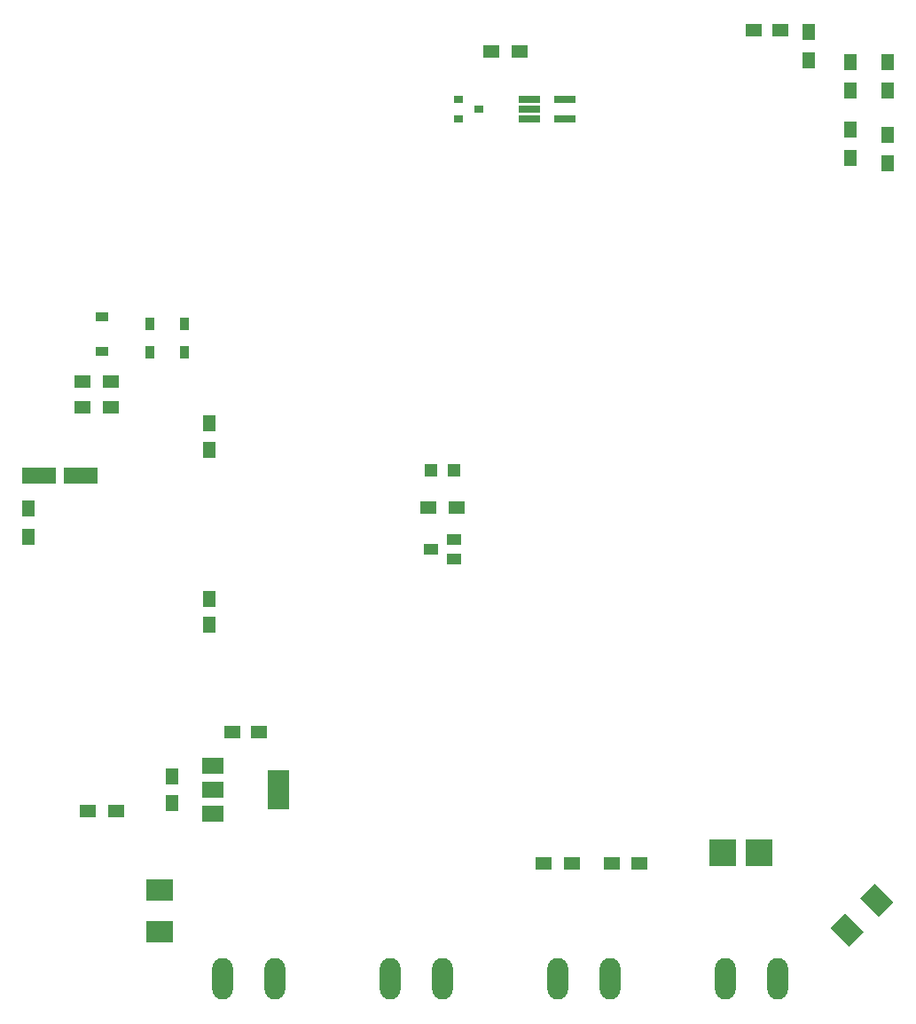
<source format=gbr>
G04 #@! TF.FileFunction,Paste,Top*
%FSLAX46Y46*%
G04 Gerber Fmt 4.6, Leading zero omitted, Abs format (unit mm)*
G04 Created by KiCad (PCBNEW 4.0.6-e0-6349~53~ubuntu16.04.1) date Thu May 25 22:23:32 2017*
%MOMM*%
%LPD*%
G01*
G04 APERTURE LIST*
%ADD10C,0.150000*%
%ADD11O,1.981200X3.962400*%
%ADD12R,1.250000X1.500000*%
%ADD13R,1.300000X1.500000*%
%ADD14R,1.500000X1.300000*%
%ADD15R,1.500000X1.250000*%
%ADD16R,3.200000X1.500000*%
%ADD17R,1.200000X1.200000*%
%ADD18R,0.900000X0.800000*%
%ADD19R,2.000000X3.800000*%
%ADD20R,2.000000X1.500000*%
%ADD21R,2.000000X0.650000*%
%ADD22R,2.500000X2.500000*%
%ADD23R,0.900000X1.200000*%
%ADD24R,1.200000X0.900000*%
%ADD25R,2.500000X2.000000*%
%ADD26R,1.400000X1.000000*%
G04 APERTURE END LIST*
D10*
D11*
X104000000Y-125000000D03*
X109000000Y-125000000D03*
X152000000Y-125000000D03*
X157000000Y-125000000D03*
X136000000Y-125000000D03*
X141000000Y-125000000D03*
X120000000Y-125000000D03*
X125000000Y-125000000D03*
D12*
X102750000Y-72000000D03*
X102750000Y-74500000D03*
X102750000Y-91250000D03*
X102750000Y-88750000D03*
D13*
X85500000Y-82850000D03*
X85500000Y-80150000D03*
D14*
X91150000Y-109000000D03*
X93850000Y-109000000D03*
D12*
X99230000Y-108210000D03*
X99230000Y-105710000D03*
D15*
X107480000Y-101460000D03*
X104980000Y-101460000D03*
D16*
X86500000Y-77000000D03*
X90500000Y-77000000D03*
D17*
X126100000Y-76500000D03*
X123900000Y-76500000D03*
D18*
X126500000Y-41050000D03*
X126500000Y-42950000D03*
X128500000Y-42000000D03*
D14*
X123650000Y-80000000D03*
X126350000Y-80000000D03*
X90650000Y-68000000D03*
X93350000Y-68000000D03*
X90650000Y-70500000D03*
X93350000Y-70500000D03*
X132350000Y-36500000D03*
X129650000Y-36500000D03*
D19*
X109380000Y-106960000D03*
D20*
X103080000Y-106960000D03*
X103080000Y-109260000D03*
X103080000Y-104660000D03*
D21*
X133290000Y-41050000D03*
X133290000Y-42000000D03*
X133290000Y-42950000D03*
X136710000Y-42950000D03*
X136710000Y-41050000D03*
D15*
X157250000Y-34500000D03*
X154750000Y-34500000D03*
D22*
X155250000Y-113000000D03*
X151750000Y-113000000D03*
D13*
X160000000Y-37350000D03*
X160000000Y-34650000D03*
X164000000Y-37500000D03*
X164000000Y-40200000D03*
X164000000Y-44000000D03*
X164000000Y-46700000D03*
X167500000Y-37500000D03*
X167500000Y-40200000D03*
X167500000Y-44500000D03*
X167500000Y-47200000D03*
D14*
X134650000Y-114000000D03*
X137350000Y-114000000D03*
X141150000Y-114000000D03*
X143850000Y-114000000D03*
D23*
X100400000Y-62500000D03*
X97100000Y-62500000D03*
X97100000Y-65250000D03*
X100400000Y-65250000D03*
D24*
X92500000Y-61850000D03*
X92500000Y-65150000D03*
D10*
G36*
X163848563Y-121919204D02*
X162080796Y-120151437D01*
X163495009Y-118737224D01*
X165262776Y-120504991D01*
X163848563Y-121919204D01*
X163848563Y-121919204D01*
G37*
G36*
X166676991Y-119090776D02*
X164909224Y-117323009D01*
X166323437Y-115908796D01*
X168091204Y-117676563D01*
X166676991Y-119090776D01*
X166676991Y-119090776D01*
G37*
D25*
X98000000Y-120500000D03*
X98000000Y-116500000D03*
D26*
X126100000Y-84950000D03*
X126100000Y-83050000D03*
X123900000Y-84000000D03*
M02*

</source>
